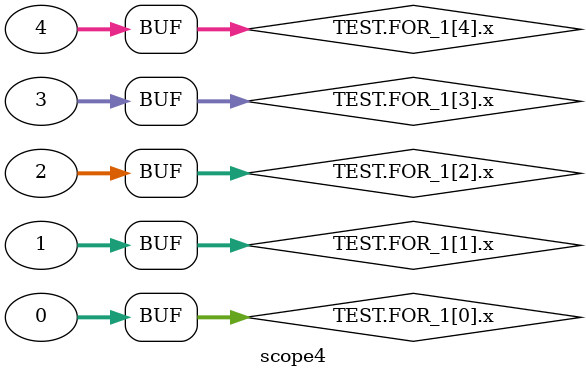
<source format=v>
module scope4;

   task convert;
      input [7:0] temp_in;
      output [7:0] temp_out;
      begin
         temp_out = (9/5) *( temp_in + 32);
      end
   endtask

   function automatic integer clogb2;
      input [31:0] value;
      reg [31:0] value;
      begin
         if (value > 1) begin
            clogb2 = clogb2(value >> 1) + 1;
         end
         else begin
            clogb2 = 1;
         end
      end
   endfunction

   genvar i;

   generate
      begin: TEST
         for (i=0; i<5; i=i+1) begin: FOR_1
            integer x=i;
         end
      end
   endgenerate

   generate
      begin
         for (i=0; i<5; i=i+1) begin: FOR_2
            always @(*) begin
               $display(TEST.FOR_1[i].x);
            end
         end
      end
   endgenerate

endmodule

</source>
